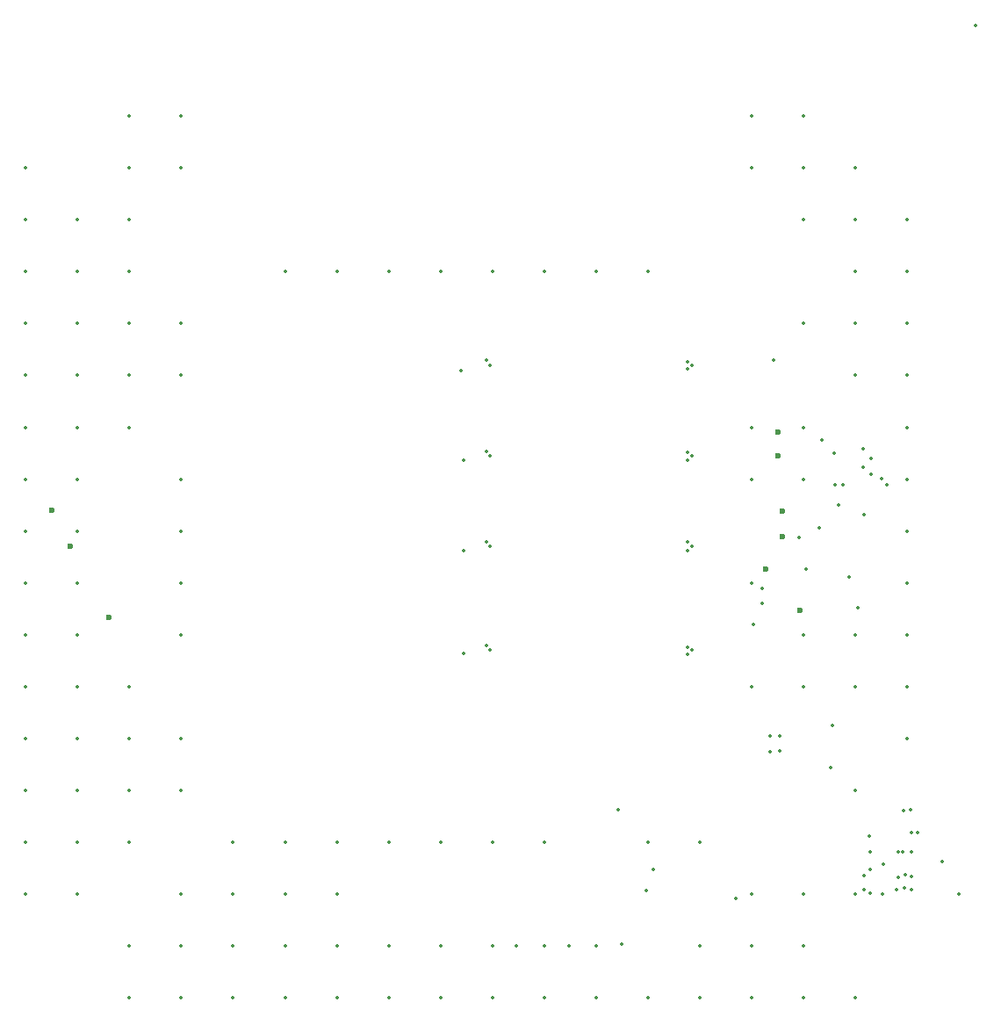
<source format=gbr>
%TF.GenerationSoftware,Altium Limited,Altium Designer,24.0.1 (36)*%
G04 Layer_Color=32768*
%FSLAX25Y25*%
%MOIN*%
%TF.SameCoordinates,674ED1FF-067C-45DD-8C41-4F82C3FA2B26*%
%TF.FilePolarity,Positive*%
%TF.FileFunction,Other,Bottom_Tenting*%
%TF.Part,Single*%
G01*
G75*
%TA.AperFunction,SMDPad,CuDef*%
%ADD90C,0.01378*%
%ADD91C,0.02362*%
D90*
X312992Y212598D02*
D03*
X314392Y192913D02*
D03*
X307109Y184449D02*
D03*
X285433Y155512D02*
D03*
X326772Y210630D02*
D03*
Y204724D02*
D03*
X257087Y244488D02*
D03*
X257113Y136221D02*
D03*
X182310Y137795D02*
D03*
X257087Y210039D02*
D03*
Y212903D02*
D03*
X308268Y217520D02*
D03*
X182283Y211614D02*
D03*
X180687Y213431D02*
D03*
X180714Y178982D02*
D03*
Y139612D02*
D03*
X257087Y247352D02*
D03*
X180687Y247880D02*
D03*
X182283Y246063D02*
D03*
X316030Y200787D02*
D03*
X332677D02*
D03*
X313007D02*
D03*
X330709Y202953D02*
D03*
X172030Y136687D02*
D03*
Y210039D02*
D03*
X171260Y244094D02*
D03*
X288630Y105436D02*
D03*
Y99239D02*
D03*
X292072Y105436D02*
D03*
X291998Y99594D02*
D03*
X311597Y93364D02*
D03*
X312325Y109433D02*
D03*
X318392Y165472D02*
D03*
X321861Y153814D02*
D03*
X257113Y139084D02*
D03*
X275590Y43500D02*
D03*
X241534Y46701D02*
D03*
X244219Y54630D02*
D03*
X258794Y137795D02*
D03*
X258768Y211614D02*
D03*
X230842Y77146D02*
D03*
X172030Y175591D02*
D03*
X366535Y374856D02*
D03*
X323998Y52390D02*
D03*
X324070Y47072D02*
D03*
X326313Y67289D02*
D03*
X326577Y61303D02*
D03*
Y54583D02*
D03*
X326460Y45551D02*
D03*
X344409Y68708D02*
D03*
X342179Y68721D02*
D03*
Y61303D02*
D03*
X342185Y52054D02*
D03*
X342179Y47072D02*
D03*
X339009Y77065D02*
D03*
X337215Y61422D02*
D03*
Y51718D02*
D03*
X341980Y77389D02*
D03*
X338987Y61263D02*
D03*
X339740Y52675D02*
D03*
X339345Y47480D02*
D03*
X336614Y47107D02*
D03*
X353934Y57765D02*
D03*
X331632Y56765D02*
D03*
X302071Y168701D02*
D03*
X282238Y147683D02*
D03*
X299456Y180709D02*
D03*
X289717Y247835D02*
D03*
X331011Y45429D02*
D03*
X232087Y26204D02*
D03*
X192087Y25591D02*
D03*
X212087D02*
D03*
X222441D02*
D03*
X324203Y189349D02*
D03*
X323838Y207232D02*
D03*
Y214358D02*
D03*
X257113Y175591D02*
D03*
X285433Y161417D02*
D03*
X258768Y246063D02*
D03*
X5906Y222441D02*
D03*
X143701Y281496D02*
D03*
X320866Y320866D02*
D03*
X281496D02*
D03*
X222441Y281496D02*
D03*
X124016Y45276D02*
D03*
X64961Y320866D02*
D03*
X25591Y84646D02*
D03*
X5906D02*
D03*
X281496Y163386D02*
D03*
X64961D02*
D03*
X45276Y301181D02*
D03*
X340551Y261811D02*
D03*
X281496Y222441D02*
D03*
X202756Y64961D02*
D03*
X360236Y45276D02*
D03*
X64961Y25591D02*
D03*
X301181Y340551D02*
D03*
X104331Y5906D02*
D03*
X5906Y301181D02*
D03*
X25591D02*
D03*
X281496Y25591D02*
D03*
X242126Y64961D02*
D03*
X45276Y25591D02*
D03*
X301181D02*
D03*
X320866Y5906D02*
D03*
X45276D02*
D03*
X163386Y64961D02*
D03*
X45276Y340551D02*
D03*
X84646Y25591D02*
D03*
X25591Y222441D02*
D03*
X104331Y25591D02*
D03*
X163386D02*
D03*
X301181Y202756D02*
D03*
X5906Y281496D02*
D03*
X340551Y163386D02*
D03*
X25591Y143701D02*
D03*
X320866Y281496D02*
D03*
X5906Y320866D02*
D03*
X202756Y25591D02*
D03*
X183071Y5906D02*
D03*
X25591Y104331D02*
D03*
X5906Y183071D02*
D03*
X25591Y45276D02*
D03*
X320866Y261811D02*
D03*
X281496Y340551D02*
D03*
X45276Y64961D02*
D03*
X64961Y261811D02*
D03*
X25591D02*
D03*
X202756Y281496D02*
D03*
X281496Y124016D02*
D03*
X45276Y242126D02*
D03*
Y320866D02*
D03*
Y84646D02*
D03*
Y124016D02*
D03*
X301181Y5906D02*
D03*
X45276Y222441D02*
D03*
X301181D02*
D03*
X242126Y5906D02*
D03*
X163386Y281496D02*
D03*
X104331Y64961D02*
D03*
X320866Y45276D02*
D03*
X5906Y64961D02*
D03*
X64961Y242126D02*
D03*
X124016Y5906D02*
D03*
X320866Y301181D02*
D03*
X301181Y320866D02*
D03*
X5906Y163386D02*
D03*
X45276Y281496D02*
D03*
Y261811D02*
D03*
X104331Y281496D02*
D03*
X281496Y202756D02*
D03*
X143701Y64961D02*
D03*
X261811D02*
D03*
Y5906D02*
D03*
X143701D02*
D03*
X25591Y64961D02*
D03*
X301181Y301181D02*
D03*
X242126Y281496D02*
D03*
X163386Y5906D02*
D03*
X64961Y183071D02*
D03*
X84646Y64961D02*
D03*
X25591Y242126D02*
D03*
X301181Y124016D02*
D03*
X5906Y104331D02*
D03*
Y242126D02*
D03*
X64961Y340551D02*
D03*
X340551Y242126D02*
D03*
X64961Y104331D02*
D03*
X5906Y143701D02*
D03*
X124016Y281496D02*
D03*
X261811Y25591D02*
D03*
X340551Y202756D02*
D03*
X124016Y64961D02*
D03*
X340551Y222441D02*
D03*
X25591Y281496D02*
D03*
X45276Y104331D02*
D03*
X340551Y183071D02*
D03*
X25591Y202756D02*
D03*
X64961D02*
D03*
X340551Y281496D02*
D03*
X301181Y143701D02*
D03*
X222441Y5906D02*
D03*
X320866Y143701D02*
D03*
X301181Y261811D02*
D03*
X104331Y45276D02*
D03*
X5906Y202756D02*
D03*
Y45276D02*
D03*
X143701Y25591D02*
D03*
X25591Y124016D02*
D03*
X64961Y5906D02*
D03*
X25591Y163386D02*
D03*
X84646Y5906D02*
D03*
X64961Y84646D02*
D03*
X320866D02*
D03*
X124016Y25591D02*
D03*
X340551Y104331D02*
D03*
Y143701D02*
D03*
X301181Y45276D02*
D03*
X25591Y183071D02*
D03*
X183071Y25591D02*
D03*
Y64961D02*
D03*
X5906Y261811D02*
D03*
X84646Y45276D02*
D03*
X183071Y281496D02*
D03*
X64961Y45276D02*
D03*
X340551Y124016D02*
D03*
X5906D02*
D03*
X64961Y143701D02*
D03*
X340551Y301181D02*
D03*
X281496Y45276D02*
D03*
Y5906D02*
D03*
X320866Y124016D02*
D03*
Y242126D02*
D03*
X202756Y5906D02*
D03*
X182310Y177165D02*
D03*
X258794D02*
D03*
X257113Y178848D02*
D03*
D91*
X293307Y190584D02*
D03*
Y181004D02*
D03*
X291339Y211614D02*
D03*
X299890Y152972D02*
D03*
X15748Y190945D02*
D03*
X22665Y177165D02*
D03*
X37402Y150400D02*
D03*
X286929Y168504D02*
D03*
X291339Y220472D02*
D03*
%TF.MD5,eb5a6a804ae53d00e14bbc4131214506*%
M02*

</source>
